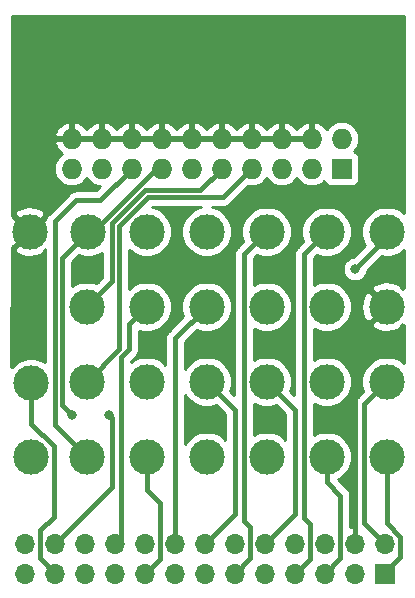
<source format=gbr>
G04 #@! TF.GenerationSoftware,KiCad,Pcbnew,(5.1.4)-1*
G04 #@! TF.CreationDate,2019-12-12T19:58:15+09:00*
G04 #@! TF.ProjectId,microcar_head,6d696372-6f63-4617-925f-686561642e6b,rev?*
G04 #@! TF.SameCoordinates,Original*
G04 #@! TF.FileFunction,Copper,L2,Bot*
G04 #@! TF.FilePolarity,Positive*
%FSLAX46Y46*%
G04 Gerber Fmt 4.6, Leading zero omitted, Abs format (unit mm)*
G04 Created by KiCad (PCBNEW (5.1.4)-1) date 2019-12-12 19:58:15*
%MOMM*%
%LPD*%
G04 APERTURE LIST*
%ADD10O,1.700000X1.700000*%
%ADD11R,1.700000X1.700000*%
%ADD12O,1.727200X1.727200*%
%ADD13R,1.727200X1.727200*%
%ADD14C,3.000000*%
%ADD15C,0.800000*%
%ADD16C,0.400000*%
%ADD17C,0.254000*%
G04 APERTURE END LIST*
D10*
X20828000Y-61595000D03*
X20828000Y-64135000D03*
X23368000Y-61595000D03*
X23368000Y-64135000D03*
X25908000Y-61595000D03*
X25908000Y-64135000D03*
X28448000Y-61595000D03*
X28448000Y-64135000D03*
X30988000Y-61595000D03*
X30988000Y-64135000D03*
X33528000Y-61595000D03*
X33528000Y-64135000D03*
X36068000Y-61595000D03*
X36068000Y-64135000D03*
X38608000Y-61595000D03*
X38608000Y-64135000D03*
X41148000Y-61595000D03*
X41148000Y-64135000D03*
X43688000Y-61595000D03*
X43688000Y-64135000D03*
X46228000Y-61595000D03*
X46228000Y-64135000D03*
X48768000Y-61595000D03*
X48768000Y-64135000D03*
X51308000Y-61595000D03*
D11*
X51308000Y-64135000D03*
D12*
X24765000Y-27305000D03*
X24765000Y-29845000D03*
X27305000Y-27305000D03*
X27305000Y-29845000D03*
X29845000Y-27305000D03*
X29845000Y-29845000D03*
X32385000Y-27305000D03*
X32385000Y-29845000D03*
X34925000Y-27305000D03*
X34925000Y-29845000D03*
X37465000Y-27305000D03*
X37465000Y-29845000D03*
X40005000Y-27305000D03*
X40005000Y-29845000D03*
X42545000Y-27305000D03*
X42545000Y-29845000D03*
X45085000Y-27305000D03*
X45085000Y-29845000D03*
X47625000Y-27305000D03*
D13*
X47625000Y-29845000D03*
D14*
X21209000Y-35179000D03*
X31115000Y-54229000D03*
X31115000Y-35179000D03*
X31115000Y-47879000D03*
X36195000Y-41529000D03*
X36195000Y-35179000D03*
X36195000Y-47879000D03*
X36195000Y-54229000D03*
X41275000Y-41529000D03*
X41275000Y-35179000D03*
X31115000Y-41529000D03*
X41275000Y-47879000D03*
X41275000Y-54229000D03*
X46355000Y-41529000D03*
X46355000Y-35179000D03*
X46355000Y-47879000D03*
X46355000Y-54229000D03*
X51435000Y-35179000D03*
X26035000Y-54229000D03*
X21336000Y-54229000D03*
X26035000Y-47879000D03*
X26162000Y-35179000D03*
X21336000Y-48006000D03*
X26035000Y-41529000D03*
X51435000Y-41529000D03*
X51435000Y-47879000D03*
X51435000Y-54229000D03*
D15*
X31115000Y-37719000D03*
X36195000Y-37719000D03*
X41275000Y-37719000D03*
X46355000Y-37719000D03*
X51435000Y-37719000D03*
X51435000Y-44069000D03*
X46355000Y-44069000D03*
X41275000Y-44069000D03*
X36195000Y-44069000D03*
X31115000Y-44069000D03*
X21209000Y-37719000D03*
X21209000Y-41529000D03*
X46355000Y-50419000D03*
X21209000Y-28448000D03*
X51435000Y-28448000D03*
X41275000Y-50419000D03*
X36322000Y-50419000D03*
X26162000Y-37719000D03*
X21209000Y-44069000D03*
X48734999Y-38354000D03*
X24765000Y-50673002D03*
X27935001Y-50677999D03*
D16*
X48768000Y-44196000D02*
X51435000Y-41529000D01*
X48768000Y-61595000D02*
X48768000Y-44196000D01*
X51308000Y-64008000D02*
X51308000Y-64135000D01*
X52558001Y-62757999D02*
X51308000Y-64008000D01*
X52558001Y-60994999D02*
X52558001Y-62757999D01*
X51435000Y-54229000D02*
X51435000Y-59871998D01*
X51435000Y-59871998D02*
X52558001Y-60994999D01*
X46355000Y-56350320D02*
X46355000Y-54229000D01*
X47517999Y-57513319D02*
X46355000Y-56350320D01*
X47517999Y-62845001D02*
X47517999Y-57513319D01*
X46228000Y-64135000D02*
X47517999Y-62845001D01*
X42774999Y-49378999D02*
X41275000Y-47879000D01*
X43688000Y-50292000D02*
X42774999Y-49378999D01*
X41148000Y-61595000D02*
X43688000Y-59055000D01*
X43688000Y-59055000D02*
X43688000Y-50292000D01*
X44855001Y-36678999D02*
X46355000Y-35179000D01*
X44454999Y-37079001D02*
X44855001Y-36678999D01*
X44454999Y-59440999D02*
X44454999Y-37079001D01*
X44938001Y-59924001D02*
X44454999Y-59440999D01*
X43688000Y-64135000D02*
X44938001Y-62884999D01*
X44938001Y-62884999D02*
X44938001Y-59924001D01*
X51435000Y-35653999D02*
X51435000Y-35179000D01*
X48734999Y-38354000D02*
X51435000Y-35653999D01*
X29615001Y-43028999D02*
X31115000Y-41529000D01*
X29615001Y-45147541D02*
X29615001Y-43028999D01*
X28956000Y-45806542D02*
X29615001Y-45147541D01*
X28448000Y-61595000D02*
X28956000Y-61087000D01*
X28956000Y-61087000D02*
X28956000Y-45806542D01*
X31837999Y-63285001D02*
X30988000Y-64135000D01*
X32238001Y-62884999D02*
X31837999Y-63285001D01*
X32238001Y-58146001D02*
X32238001Y-62884999D01*
X31115000Y-54229000D02*
X31115000Y-57023000D01*
X31115000Y-57023000D02*
X32238001Y-58146001D01*
X33528000Y-44196000D02*
X36195000Y-41529000D01*
X33528000Y-61595000D02*
X33528000Y-44196000D01*
X37694999Y-49378999D02*
X36195000Y-47879000D01*
X38608000Y-50292000D02*
X37694999Y-49378999D01*
X36068000Y-61595000D02*
X38608000Y-59055000D01*
X38608000Y-59055000D02*
X38608000Y-50292000D01*
X39775001Y-36678999D02*
X41275000Y-35179000D01*
X39897999Y-62845001D02*
X39897999Y-60217999D01*
X39897999Y-60217999D02*
X39370000Y-59690000D01*
X38608000Y-64135000D02*
X39897999Y-62845001D01*
X39370000Y-59690000D02*
X39374999Y-59685001D01*
X39374999Y-59685001D02*
X39374999Y-37079001D01*
X39374999Y-37079001D02*
X39775001Y-36678999D01*
X49935001Y-49378999D02*
X51435000Y-47879000D01*
X49534999Y-49779001D02*
X49935001Y-49378999D01*
X49534999Y-59821999D02*
X49534999Y-49779001D01*
X51308000Y-61595000D02*
X49534999Y-59821999D01*
X22078001Y-62845001D02*
X23368000Y-64135000D01*
X22078001Y-60471999D02*
X22078001Y-62845001D01*
X23236001Y-59313999D02*
X22078001Y-60471999D01*
X23236001Y-53316999D02*
X23236001Y-59313999D01*
X21336000Y-48006000D02*
X21336000Y-51416998D01*
X21336000Y-51416998D02*
X23236001Y-53316999D01*
X24535001Y-52729001D02*
X26035000Y-54229000D01*
X23368000Y-51562000D02*
X24535001Y-52729001D01*
X23368000Y-34290000D02*
X23368000Y-51562000D01*
X25146000Y-32512000D02*
X23368000Y-34290000D01*
X29845000Y-29845000D02*
X27178000Y-32512000D01*
X27178000Y-32512000D02*
X25146000Y-32512000D01*
X26543000Y-35179000D02*
X26162000Y-35179000D01*
X32385000Y-29845000D02*
X31877000Y-29845000D01*
X31877000Y-29845000D02*
X26543000Y-35179000D01*
X26162000Y-35179000D02*
X23968010Y-37372990D01*
X23968010Y-49876012D02*
X24365001Y-50273003D01*
X23968010Y-37372990D02*
X23968010Y-49876012D01*
X24365001Y-50273003D02*
X24765000Y-50673002D01*
X28194000Y-34439455D02*
X28194000Y-39370000D01*
X28194000Y-39370000D02*
X27534999Y-40029001D01*
X27534999Y-40029001D02*
X26035000Y-41529000D01*
X37465000Y-29845000D02*
X35652011Y-31657989D01*
X30975466Y-31657989D02*
X28194000Y-34439455D01*
X35652011Y-31657989D02*
X30975466Y-31657989D01*
X28194000Y-50936998D02*
X27935001Y-50677999D01*
X23368000Y-61595000D02*
X28194000Y-56769000D01*
X28194000Y-56769000D02*
X28194000Y-50936998D01*
X39141401Y-30708599D02*
X40005000Y-29845000D01*
X37592000Y-32258000D02*
X39141401Y-30708599D01*
X31242000Y-32258000D02*
X37592000Y-32258000D01*
X28794011Y-34705989D02*
X31242000Y-32258000D01*
X26035000Y-47879000D02*
X28794011Y-45119989D01*
X28794011Y-45119989D02*
X28794011Y-34705989D01*
D17*
G36*
X48895000Y-61468000D02*
G01*
X48915000Y-61468000D01*
X48915000Y-61722000D01*
X48895000Y-61722000D01*
X48895000Y-61742000D01*
X48641000Y-61742000D01*
X48641000Y-61722000D01*
X48621000Y-61722000D01*
X48621000Y-61468000D01*
X48641000Y-61468000D01*
X48641000Y-61448000D01*
X48895000Y-61448000D01*
X48895000Y-61468000D01*
X48895000Y-61468000D01*
G37*
X48895000Y-61468000D02*
X48915000Y-61468000D01*
X48915000Y-61722000D01*
X48895000Y-61722000D01*
X48895000Y-61742000D01*
X48641000Y-61742000D01*
X48641000Y-61722000D01*
X48621000Y-61722000D01*
X48621000Y-61468000D01*
X48641000Y-61468000D01*
X48641000Y-61448000D01*
X48895000Y-61448000D01*
X48895000Y-61468000D01*
G36*
X52883000Y-33607654D02*
G01*
X52795983Y-33520637D01*
X52446302Y-33286988D01*
X52057756Y-33126047D01*
X51645279Y-33044000D01*
X51224721Y-33044000D01*
X50812244Y-33126047D01*
X50423698Y-33286988D01*
X50074017Y-33520637D01*
X49776637Y-33818017D01*
X49542988Y-34167698D01*
X49382047Y-34556244D01*
X49300000Y-34968721D01*
X49300000Y-35389279D01*
X49382047Y-35801756D01*
X49542988Y-36190302D01*
X49613020Y-36295112D01*
X48578224Y-37329907D01*
X48433101Y-37358774D01*
X48244743Y-37436795D01*
X48075225Y-37550063D01*
X47931062Y-37694226D01*
X47817794Y-37863744D01*
X47739773Y-38052102D01*
X47699999Y-38252061D01*
X47699999Y-38455939D01*
X47739773Y-38655898D01*
X47817794Y-38844256D01*
X47931062Y-39013774D01*
X48075225Y-39157937D01*
X48244743Y-39271205D01*
X48433101Y-39349226D01*
X48633060Y-39389000D01*
X48836938Y-39389000D01*
X49036897Y-39349226D01*
X49225255Y-39271205D01*
X49394773Y-39157937D01*
X49538936Y-39013774D01*
X49652204Y-38844256D01*
X49730225Y-38655898D01*
X49759092Y-38510775D01*
X51000473Y-37269394D01*
X51224721Y-37314000D01*
X51645279Y-37314000D01*
X52057756Y-37231953D01*
X52446302Y-37071012D01*
X52795983Y-36837363D01*
X52883000Y-36750346D01*
X52883000Y-39943914D01*
X52861739Y-39922653D01*
X52747047Y-40037345D01*
X52591038Y-39721786D01*
X52216255Y-39530980D01*
X51811449Y-39416956D01*
X51392176Y-39384098D01*
X50974549Y-39433666D01*
X50574617Y-39563757D01*
X50278962Y-39721786D01*
X50122952Y-40037347D01*
X51435000Y-41349395D01*
X51449143Y-41335253D01*
X51628748Y-41514858D01*
X51614605Y-41529000D01*
X51628748Y-41543143D01*
X51449143Y-41722748D01*
X51435000Y-41708605D01*
X50122952Y-43020653D01*
X50278962Y-43336214D01*
X50653745Y-43527020D01*
X51058551Y-43641044D01*
X51477824Y-43673902D01*
X51895451Y-43624334D01*
X52295383Y-43494243D01*
X52591038Y-43336214D01*
X52747047Y-43020655D01*
X52861739Y-43135347D01*
X52883001Y-43114085D01*
X52883001Y-46307655D01*
X52795983Y-46220637D01*
X52446302Y-45986988D01*
X52057756Y-45826047D01*
X51645279Y-45744000D01*
X51224721Y-45744000D01*
X50812244Y-45826047D01*
X50423698Y-45986988D01*
X50074017Y-46220637D01*
X49776637Y-46518017D01*
X49542988Y-46867698D01*
X49382047Y-47256244D01*
X49300000Y-47668721D01*
X49300000Y-48089279D01*
X49382047Y-48501756D01*
X49455074Y-48678059D01*
X48973573Y-49159560D01*
X48941709Y-49185710D01*
X48883553Y-49256574D01*
X48837363Y-49312856D01*
X48759827Y-49457915D01*
X48712081Y-49615313D01*
X48695959Y-49779001D01*
X48700000Y-49820030D01*
X48699999Y-59780980D01*
X48695959Y-59821999D01*
X48703337Y-59896912D01*
X48712081Y-59985687D01*
X48749791Y-60110000D01*
X48640998Y-60110000D01*
X48640998Y-60274844D01*
X48411110Y-60153524D01*
X48352999Y-60171150D01*
X48352999Y-57554337D01*
X48357039Y-57513319D01*
X48340917Y-57349630D01*
X48293171Y-57192232D01*
X48215635Y-57047173D01*
X48137438Y-56951889D01*
X48137436Y-56951887D01*
X48111290Y-56920028D01*
X48079431Y-56893882D01*
X47324058Y-56138510D01*
X47366302Y-56121012D01*
X47715983Y-55887363D01*
X48013363Y-55589983D01*
X48247012Y-55240302D01*
X48407953Y-54851756D01*
X48490000Y-54439279D01*
X48490000Y-54018721D01*
X48407953Y-53606244D01*
X48247012Y-53217698D01*
X48013363Y-52868017D01*
X47715983Y-52570637D01*
X47366302Y-52336988D01*
X46977756Y-52176047D01*
X46565279Y-52094000D01*
X46144721Y-52094000D01*
X45732244Y-52176047D01*
X45343698Y-52336988D01*
X45289999Y-52372868D01*
X45289999Y-49735132D01*
X45343698Y-49771012D01*
X45732244Y-49931953D01*
X46144721Y-50014000D01*
X46565279Y-50014000D01*
X46977756Y-49931953D01*
X47366302Y-49771012D01*
X47715983Y-49537363D01*
X48013363Y-49239983D01*
X48247012Y-48890302D01*
X48407953Y-48501756D01*
X48490000Y-48089279D01*
X48490000Y-47668721D01*
X48407953Y-47256244D01*
X48247012Y-46867698D01*
X48013363Y-46518017D01*
X47715983Y-46220637D01*
X47366302Y-45986988D01*
X46977756Y-45826047D01*
X46565279Y-45744000D01*
X46144721Y-45744000D01*
X45732244Y-45826047D01*
X45343698Y-45986988D01*
X45289999Y-46022868D01*
X45289999Y-43385132D01*
X45343698Y-43421012D01*
X45732244Y-43581953D01*
X46144721Y-43664000D01*
X46565279Y-43664000D01*
X46977756Y-43581953D01*
X47366302Y-43421012D01*
X47715983Y-43187363D01*
X48013363Y-42889983D01*
X48247012Y-42540302D01*
X48407953Y-42151756D01*
X48490000Y-41739279D01*
X48490000Y-41571824D01*
X49290098Y-41571824D01*
X49339666Y-41989451D01*
X49469757Y-42389383D01*
X49627786Y-42685038D01*
X49943347Y-42841048D01*
X51255395Y-41529000D01*
X49943347Y-40216952D01*
X49627786Y-40372962D01*
X49436980Y-40747745D01*
X49322956Y-41152551D01*
X49290098Y-41571824D01*
X48490000Y-41571824D01*
X48490000Y-41318721D01*
X48407953Y-40906244D01*
X48247012Y-40517698D01*
X48013363Y-40168017D01*
X47715983Y-39870637D01*
X47366302Y-39636988D01*
X46977756Y-39476047D01*
X46565279Y-39394000D01*
X46144721Y-39394000D01*
X45732244Y-39476047D01*
X45343698Y-39636988D01*
X45289999Y-39672868D01*
X45289999Y-37424868D01*
X45555941Y-37158926D01*
X45732244Y-37231953D01*
X46144721Y-37314000D01*
X46565279Y-37314000D01*
X46977756Y-37231953D01*
X47366302Y-37071012D01*
X47715983Y-36837363D01*
X48013363Y-36539983D01*
X48247012Y-36190302D01*
X48407953Y-35801756D01*
X48490000Y-35389279D01*
X48490000Y-34968721D01*
X48407953Y-34556244D01*
X48247012Y-34167698D01*
X48013363Y-33818017D01*
X47715983Y-33520637D01*
X47366302Y-33286988D01*
X46977756Y-33126047D01*
X46565279Y-33044000D01*
X46144721Y-33044000D01*
X45732244Y-33126047D01*
X45343698Y-33286988D01*
X44994017Y-33520637D01*
X44696637Y-33818017D01*
X44462988Y-34167698D01*
X44302047Y-34556244D01*
X44220000Y-34968721D01*
X44220000Y-35389279D01*
X44302047Y-35801756D01*
X44375074Y-35978059D01*
X43893573Y-36459560D01*
X43861709Y-36485710D01*
X43808889Y-36550072D01*
X43757363Y-36612856D01*
X43679827Y-36757915D01*
X43632081Y-36915313D01*
X43615959Y-37079001D01*
X43620000Y-37120030D01*
X43619999Y-49043132D01*
X43394447Y-48817580D01*
X43394438Y-48817569D01*
X43254926Y-48678058D01*
X43327953Y-48501756D01*
X43410000Y-48089279D01*
X43410000Y-47668721D01*
X43327953Y-47256244D01*
X43167012Y-46867698D01*
X42933363Y-46518017D01*
X42635983Y-46220637D01*
X42286302Y-45986988D01*
X41897756Y-45826047D01*
X41485279Y-45744000D01*
X41064721Y-45744000D01*
X40652244Y-45826047D01*
X40263698Y-45986988D01*
X40209999Y-46022868D01*
X40209999Y-43385132D01*
X40263698Y-43421012D01*
X40652244Y-43581953D01*
X41064721Y-43664000D01*
X41485279Y-43664000D01*
X41897756Y-43581953D01*
X42286302Y-43421012D01*
X42635983Y-43187363D01*
X42933363Y-42889983D01*
X43167012Y-42540302D01*
X43327953Y-42151756D01*
X43410000Y-41739279D01*
X43410000Y-41318721D01*
X43327953Y-40906244D01*
X43167012Y-40517698D01*
X42933363Y-40168017D01*
X42635983Y-39870637D01*
X42286302Y-39636988D01*
X41897756Y-39476047D01*
X41485279Y-39394000D01*
X41064721Y-39394000D01*
X40652244Y-39476047D01*
X40263698Y-39636988D01*
X40209999Y-39672868D01*
X40209999Y-37424868D01*
X40475941Y-37158926D01*
X40652244Y-37231953D01*
X41064721Y-37314000D01*
X41485279Y-37314000D01*
X41897756Y-37231953D01*
X42286302Y-37071012D01*
X42635983Y-36837363D01*
X42933363Y-36539983D01*
X43167012Y-36190302D01*
X43327953Y-35801756D01*
X43410000Y-35389279D01*
X43410000Y-34968721D01*
X43327953Y-34556244D01*
X43167012Y-34167698D01*
X42933363Y-33818017D01*
X42635983Y-33520637D01*
X42286302Y-33286988D01*
X41897756Y-33126047D01*
X41485279Y-33044000D01*
X41064721Y-33044000D01*
X40652244Y-33126047D01*
X40263698Y-33286988D01*
X39914017Y-33520637D01*
X39616637Y-33818017D01*
X39382988Y-34167698D01*
X39222047Y-34556244D01*
X39140000Y-34968721D01*
X39140000Y-35389279D01*
X39222047Y-35801756D01*
X39295074Y-35978059D01*
X38813573Y-36459560D01*
X38781709Y-36485710D01*
X38728889Y-36550072D01*
X38677363Y-36612856D01*
X38599827Y-36757915D01*
X38552081Y-36915313D01*
X38535959Y-37079001D01*
X38540000Y-37120030D01*
X38539999Y-49043132D01*
X38314447Y-48817580D01*
X38314438Y-48817569D01*
X38174926Y-48678058D01*
X38247953Y-48501756D01*
X38330000Y-48089279D01*
X38330000Y-47668721D01*
X38247953Y-47256244D01*
X38087012Y-46867698D01*
X37853363Y-46518017D01*
X37555983Y-46220637D01*
X37206302Y-45986988D01*
X36817756Y-45826047D01*
X36405279Y-45744000D01*
X35984721Y-45744000D01*
X35572244Y-45826047D01*
X35183698Y-45986988D01*
X34834017Y-46220637D01*
X34536637Y-46518017D01*
X34363000Y-46777884D01*
X34363000Y-44541867D01*
X35395942Y-43508926D01*
X35572244Y-43581953D01*
X35984721Y-43664000D01*
X36405279Y-43664000D01*
X36817756Y-43581953D01*
X37206302Y-43421012D01*
X37555983Y-43187363D01*
X37853363Y-42889983D01*
X38087012Y-42540302D01*
X38247953Y-42151756D01*
X38330000Y-41739279D01*
X38330000Y-41318721D01*
X38247953Y-40906244D01*
X38087012Y-40517698D01*
X37853363Y-40168017D01*
X37555983Y-39870637D01*
X37206302Y-39636988D01*
X36817756Y-39476047D01*
X36405279Y-39394000D01*
X35984721Y-39394000D01*
X35572244Y-39476047D01*
X35183698Y-39636988D01*
X34834017Y-39870637D01*
X34536637Y-40168017D01*
X34302988Y-40517698D01*
X34142047Y-40906244D01*
X34060000Y-41318721D01*
X34060000Y-41739279D01*
X34142047Y-42151756D01*
X34215074Y-42328058D01*
X32966574Y-43576559D01*
X32934710Y-43602709D01*
X32897182Y-43648437D01*
X32830364Y-43729855D01*
X32752828Y-43874914D01*
X32705082Y-44032312D01*
X32688960Y-44196000D01*
X32693001Y-44237029D01*
X32693001Y-46437655D01*
X32475983Y-46220637D01*
X32126302Y-45986988D01*
X31737756Y-45826047D01*
X31325279Y-45744000D01*
X30904721Y-45744000D01*
X30492244Y-45826047D01*
X30103698Y-45986988D01*
X29791000Y-46195926D01*
X29791000Y-46152409D01*
X30176428Y-45766982D01*
X30208292Y-45740832D01*
X30312637Y-45613687D01*
X30390173Y-45468628D01*
X30437919Y-45311230D01*
X30450001Y-45188560D01*
X30450001Y-45188559D01*
X30454041Y-45147542D01*
X30450001Y-45106523D01*
X30450001Y-43564455D01*
X30492244Y-43581953D01*
X30904721Y-43664000D01*
X31325279Y-43664000D01*
X31737756Y-43581953D01*
X32126302Y-43421012D01*
X32475983Y-43187363D01*
X32773363Y-42889983D01*
X33007012Y-42540302D01*
X33167953Y-42151756D01*
X33250000Y-41739279D01*
X33250000Y-41318721D01*
X33167953Y-40906244D01*
X33007012Y-40517698D01*
X32773363Y-40168017D01*
X32475983Y-39870637D01*
X32126302Y-39636988D01*
X31737756Y-39476047D01*
X31325279Y-39394000D01*
X30904721Y-39394000D01*
X30492244Y-39476047D01*
X30103698Y-39636988D01*
X29754017Y-39870637D01*
X29629011Y-39995643D01*
X29629011Y-36712357D01*
X29754017Y-36837363D01*
X30103698Y-37071012D01*
X30492244Y-37231953D01*
X30904721Y-37314000D01*
X31325279Y-37314000D01*
X31737756Y-37231953D01*
X32126302Y-37071012D01*
X32475983Y-36837363D01*
X32773363Y-36539983D01*
X33007012Y-36190302D01*
X33167953Y-35801756D01*
X33250000Y-35389279D01*
X33250000Y-34968721D01*
X33167953Y-34556244D01*
X33007012Y-34167698D01*
X32773363Y-33818017D01*
X32475983Y-33520637D01*
X32126302Y-33286988D01*
X31737756Y-33126047D01*
X31585172Y-33095696D01*
X31587868Y-33093000D01*
X35738382Y-33093000D01*
X35572244Y-33126047D01*
X35183698Y-33286988D01*
X34834017Y-33520637D01*
X34536637Y-33818017D01*
X34302988Y-34167698D01*
X34142047Y-34556244D01*
X34060000Y-34968721D01*
X34060000Y-35389279D01*
X34142047Y-35801756D01*
X34302988Y-36190302D01*
X34536637Y-36539983D01*
X34834017Y-36837363D01*
X35183698Y-37071012D01*
X35572244Y-37231953D01*
X35984721Y-37314000D01*
X36405279Y-37314000D01*
X36817756Y-37231953D01*
X37206302Y-37071012D01*
X37555983Y-36837363D01*
X37853363Y-36539983D01*
X38087012Y-36190302D01*
X38247953Y-35801756D01*
X38330000Y-35389279D01*
X38330000Y-34968721D01*
X38247953Y-34556244D01*
X38087012Y-34167698D01*
X37853363Y-33818017D01*
X37555983Y-33520637D01*
X37206302Y-33286988D01*
X36817756Y-33126047D01*
X36651618Y-33093000D01*
X37550982Y-33093000D01*
X37592000Y-33097040D01*
X37633018Y-33093000D01*
X37633019Y-33093000D01*
X37755689Y-33080918D01*
X37913087Y-33033172D01*
X38058146Y-32955636D01*
X38185291Y-32851291D01*
X38211446Y-32819422D01*
X39709481Y-31321388D01*
X39711223Y-31321916D01*
X39931381Y-31343600D01*
X40078619Y-31343600D01*
X40298777Y-31321916D01*
X40581264Y-31236225D01*
X40841606Y-31097069D01*
X41069797Y-30909797D01*
X41257069Y-30681606D01*
X41275000Y-30648060D01*
X41292931Y-30681606D01*
X41480203Y-30909797D01*
X41708394Y-31097069D01*
X41968736Y-31236225D01*
X42251223Y-31321916D01*
X42471381Y-31343600D01*
X42618619Y-31343600D01*
X42838777Y-31321916D01*
X43121264Y-31236225D01*
X43381606Y-31097069D01*
X43609797Y-30909797D01*
X43797069Y-30681606D01*
X43815000Y-30648060D01*
X43832931Y-30681606D01*
X44020203Y-30909797D01*
X44248394Y-31097069D01*
X44508736Y-31236225D01*
X44791223Y-31321916D01*
X45011381Y-31343600D01*
X45158619Y-31343600D01*
X45378777Y-31321916D01*
X45661264Y-31236225D01*
X45921606Y-31097069D01*
X46149797Y-30909797D01*
X46156414Y-30901735D01*
X46171898Y-30952780D01*
X46230863Y-31063094D01*
X46310215Y-31159785D01*
X46406906Y-31239137D01*
X46517220Y-31298102D01*
X46636918Y-31334412D01*
X46761400Y-31346672D01*
X48488600Y-31346672D01*
X48613082Y-31334412D01*
X48732780Y-31298102D01*
X48843094Y-31239137D01*
X48939785Y-31159785D01*
X49019137Y-31063094D01*
X49078102Y-30952780D01*
X49114412Y-30833082D01*
X49126672Y-30708600D01*
X49126672Y-28981400D01*
X49114412Y-28856918D01*
X49078102Y-28737220D01*
X49019137Y-28626906D01*
X48939785Y-28530215D01*
X48843094Y-28450863D01*
X48732780Y-28391898D01*
X48681735Y-28376414D01*
X48689797Y-28369797D01*
X48877069Y-28141606D01*
X49016225Y-27881264D01*
X49101916Y-27598777D01*
X49130851Y-27305000D01*
X49101916Y-27011223D01*
X49016225Y-26728736D01*
X48877069Y-26468394D01*
X48689797Y-26240203D01*
X48461606Y-26052931D01*
X48201264Y-25913775D01*
X47918777Y-25828084D01*
X47698619Y-25806400D01*
X47551381Y-25806400D01*
X47331223Y-25828084D01*
X47048736Y-25913775D01*
X46788394Y-26052931D01*
X46560203Y-26240203D01*
X46372931Y-26468394D01*
X46349137Y-26512910D01*
X46291817Y-26416512D01*
X46095293Y-26198146D01*
X45859944Y-26022316D01*
X45594814Y-25895778D01*
X45444026Y-25850042D01*
X45212000Y-25971183D01*
X45212000Y-27178000D01*
X45232000Y-27178000D01*
X45232000Y-27432000D01*
X45212000Y-27432000D01*
X45212000Y-27452000D01*
X44958000Y-27452000D01*
X44958000Y-27432000D01*
X42672000Y-27432000D01*
X42672000Y-27452000D01*
X42418000Y-27452000D01*
X42418000Y-27432000D01*
X40132000Y-27432000D01*
X40132000Y-27452000D01*
X39878000Y-27452000D01*
X39878000Y-27432000D01*
X37592000Y-27432000D01*
X37592000Y-27452000D01*
X37338000Y-27452000D01*
X37338000Y-27432000D01*
X35052000Y-27432000D01*
X35052000Y-27452000D01*
X34798000Y-27452000D01*
X34798000Y-27432000D01*
X32512000Y-27432000D01*
X32512000Y-27452000D01*
X32258000Y-27452000D01*
X32258000Y-27432000D01*
X29972000Y-27432000D01*
X29972000Y-27452000D01*
X29718000Y-27452000D01*
X29718000Y-27432000D01*
X27432000Y-27432000D01*
X27432000Y-27452000D01*
X27178000Y-27452000D01*
X27178000Y-27432000D01*
X24892000Y-27432000D01*
X24892000Y-27452000D01*
X24638000Y-27452000D01*
X24638000Y-27432000D01*
X23430536Y-27432000D01*
X23310037Y-27664027D01*
X23408036Y-27940978D01*
X23558183Y-28193488D01*
X23754707Y-28411854D01*
X23968433Y-28571530D01*
X23928394Y-28592931D01*
X23700203Y-28780203D01*
X23512931Y-29008394D01*
X23373775Y-29268736D01*
X23288084Y-29551223D01*
X23259149Y-29845000D01*
X23288084Y-30138777D01*
X23373775Y-30421264D01*
X23512931Y-30681606D01*
X23700203Y-30909797D01*
X23928394Y-31097069D01*
X24188736Y-31236225D01*
X24471223Y-31321916D01*
X24691381Y-31343600D01*
X24838619Y-31343600D01*
X25058777Y-31321916D01*
X25341264Y-31236225D01*
X25601606Y-31097069D01*
X25829797Y-30909797D01*
X26017069Y-30681606D01*
X26035000Y-30648060D01*
X26052931Y-30681606D01*
X26240203Y-30909797D01*
X26468394Y-31097069D01*
X26728736Y-31236225D01*
X27011223Y-31321916D01*
X27171437Y-31337696D01*
X26832133Y-31677000D01*
X25187018Y-31677000D01*
X25146000Y-31672960D01*
X25104982Y-31677000D01*
X25104981Y-31677000D01*
X24982311Y-31689082D01*
X24824913Y-31736828D01*
X24679854Y-31814364D01*
X24552709Y-31918709D01*
X24526563Y-31950568D01*
X22806579Y-33670554D01*
X22774709Y-33696709D01*
X22675155Y-33818017D01*
X22670364Y-33823855D01*
X22592828Y-33968914D01*
X22590275Y-33977330D01*
X21388605Y-35179000D01*
X21402748Y-35193143D01*
X21223143Y-35372748D01*
X21209000Y-35358605D01*
X19896952Y-36670653D01*
X20052962Y-36986214D01*
X20427745Y-37177020D01*
X20832551Y-37291044D01*
X21251824Y-37323902D01*
X21669451Y-37274334D01*
X22069383Y-37144243D01*
X22365038Y-36986214D01*
X22521047Y-36670655D01*
X22533000Y-36682608D01*
X22533001Y-46238068D01*
X22347302Y-46113988D01*
X21958756Y-45953047D01*
X21546279Y-45871000D01*
X21125721Y-45871000D01*
X20713244Y-45953047D01*
X20324698Y-46113988D01*
X19975017Y-46347637D01*
X19677637Y-46645017D01*
X19663576Y-46666061D01*
X19679138Y-36472158D01*
X19717347Y-36491048D01*
X21029395Y-35179000D01*
X19717347Y-33866952D01*
X19683089Y-33883889D01*
X19683389Y-33687347D01*
X19896952Y-33687347D01*
X21209000Y-34999395D01*
X22521048Y-33687347D01*
X22365038Y-33371786D01*
X21990255Y-33180980D01*
X21585449Y-33066956D01*
X21166176Y-33034098D01*
X20748549Y-33083666D01*
X20348617Y-33213757D01*
X20052962Y-33371786D01*
X19896952Y-33687347D01*
X19683389Y-33687347D01*
X19693680Y-26945973D01*
X23310037Y-26945973D01*
X23430536Y-27178000D01*
X24638000Y-27178000D01*
X24638000Y-25971183D01*
X24892000Y-25971183D01*
X24892000Y-27178000D01*
X27178000Y-27178000D01*
X27178000Y-25971183D01*
X27432000Y-25971183D01*
X27432000Y-27178000D01*
X29718000Y-27178000D01*
X29718000Y-25971183D01*
X29972000Y-25971183D01*
X29972000Y-27178000D01*
X32258000Y-27178000D01*
X32258000Y-25971183D01*
X32512000Y-25971183D01*
X32512000Y-27178000D01*
X34798000Y-27178000D01*
X34798000Y-25971183D01*
X35052000Y-25971183D01*
X35052000Y-27178000D01*
X37338000Y-27178000D01*
X37338000Y-25971183D01*
X37592000Y-25971183D01*
X37592000Y-27178000D01*
X39878000Y-27178000D01*
X39878000Y-25971183D01*
X40132000Y-25971183D01*
X40132000Y-27178000D01*
X42418000Y-27178000D01*
X42418000Y-25971183D01*
X42672000Y-25971183D01*
X42672000Y-27178000D01*
X44958000Y-27178000D01*
X44958000Y-25971183D01*
X44725974Y-25850042D01*
X44575186Y-25895778D01*
X44310056Y-26022316D01*
X44074707Y-26198146D01*
X43878183Y-26416512D01*
X43815000Y-26522770D01*
X43751817Y-26416512D01*
X43555293Y-26198146D01*
X43319944Y-26022316D01*
X43054814Y-25895778D01*
X42904026Y-25850042D01*
X42672000Y-25971183D01*
X42418000Y-25971183D01*
X42185974Y-25850042D01*
X42035186Y-25895778D01*
X41770056Y-26022316D01*
X41534707Y-26198146D01*
X41338183Y-26416512D01*
X41275000Y-26522770D01*
X41211817Y-26416512D01*
X41015293Y-26198146D01*
X40779944Y-26022316D01*
X40514814Y-25895778D01*
X40364026Y-25850042D01*
X40132000Y-25971183D01*
X39878000Y-25971183D01*
X39645974Y-25850042D01*
X39495186Y-25895778D01*
X39230056Y-26022316D01*
X38994707Y-26198146D01*
X38798183Y-26416512D01*
X38735000Y-26522770D01*
X38671817Y-26416512D01*
X38475293Y-26198146D01*
X38239944Y-26022316D01*
X37974814Y-25895778D01*
X37824026Y-25850042D01*
X37592000Y-25971183D01*
X37338000Y-25971183D01*
X37105974Y-25850042D01*
X36955186Y-25895778D01*
X36690056Y-26022316D01*
X36454707Y-26198146D01*
X36258183Y-26416512D01*
X36195000Y-26522770D01*
X36131817Y-26416512D01*
X35935293Y-26198146D01*
X35699944Y-26022316D01*
X35434814Y-25895778D01*
X35284026Y-25850042D01*
X35052000Y-25971183D01*
X34798000Y-25971183D01*
X34565974Y-25850042D01*
X34415186Y-25895778D01*
X34150056Y-26022316D01*
X33914707Y-26198146D01*
X33718183Y-26416512D01*
X33655000Y-26522770D01*
X33591817Y-26416512D01*
X33395293Y-26198146D01*
X33159944Y-26022316D01*
X32894814Y-25895778D01*
X32744026Y-25850042D01*
X32512000Y-25971183D01*
X32258000Y-25971183D01*
X32025974Y-25850042D01*
X31875186Y-25895778D01*
X31610056Y-26022316D01*
X31374707Y-26198146D01*
X31178183Y-26416512D01*
X31115000Y-26522770D01*
X31051817Y-26416512D01*
X30855293Y-26198146D01*
X30619944Y-26022316D01*
X30354814Y-25895778D01*
X30204026Y-25850042D01*
X29972000Y-25971183D01*
X29718000Y-25971183D01*
X29485974Y-25850042D01*
X29335186Y-25895778D01*
X29070056Y-26022316D01*
X28834707Y-26198146D01*
X28638183Y-26416512D01*
X28575000Y-26522770D01*
X28511817Y-26416512D01*
X28315293Y-26198146D01*
X28079944Y-26022316D01*
X27814814Y-25895778D01*
X27664026Y-25850042D01*
X27432000Y-25971183D01*
X27178000Y-25971183D01*
X26945974Y-25850042D01*
X26795186Y-25895778D01*
X26530056Y-26022316D01*
X26294707Y-26198146D01*
X26098183Y-26416512D01*
X26035000Y-26522770D01*
X25971817Y-26416512D01*
X25775293Y-26198146D01*
X25539944Y-26022316D01*
X25274814Y-25895778D01*
X25124026Y-25850042D01*
X24892000Y-25971183D01*
X24638000Y-25971183D01*
X24405974Y-25850042D01*
X24255186Y-25895778D01*
X23990056Y-26022316D01*
X23754707Y-26198146D01*
X23558183Y-26416512D01*
X23408036Y-26669022D01*
X23310037Y-26945973D01*
X19693680Y-26945973D01*
X19708992Y-16916000D01*
X52883000Y-16916000D01*
X52883000Y-33607654D01*
X52883000Y-33607654D01*
G37*
X52883000Y-33607654D02*
X52795983Y-33520637D01*
X52446302Y-33286988D01*
X52057756Y-33126047D01*
X51645279Y-33044000D01*
X51224721Y-33044000D01*
X50812244Y-33126047D01*
X50423698Y-33286988D01*
X50074017Y-33520637D01*
X49776637Y-33818017D01*
X49542988Y-34167698D01*
X49382047Y-34556244D01*
X49300000Y-34968721D01*
X49300000Y-35389279D01*
X49382047Y-35801756D01*
X49542988Y-36190302D01*
X49613020Y-36295112D01*
X48578224Y-37329907D01*
X48433101Y-37358774D01*
X48244743Y-37436795D01*
X48075225Y-37550063D01*
X47931062Y-37694226D01*
X47817794Y-37863744D01*
X47739773Y-38052102D01*
X47699999Y-38252061D01*
X47699999Y-38455939D01*
X47739773Y-38655898D01*
X47817794Y-38844256D01*
X47931062Y-39013774D01*
X48075225Y-39157937D01*
X48244743Y-39271205D01*
X48433101Y-39349226D01*
X48633060Y-39389000D01*
X48836938Y-39389000D01*
X49036897Y-39349226D01*
X49225255Y-39271205D01*
X49394773Y-39157937D01*
X49538936Y-39013774D01*
X49652204Y-38844256D01*
X49730225Y-38655898D01*
X49759092Y-38510775D01*
X51000473Y-37269394D01*
X51224721Y-37314000D01*
X51645279Y-37314000D01*
X52057756Y-37231953D01*
X52446302Y-37071012D01*
X52795983Y-36837363D01*
X52883000Y-36750346D01*
X52883000Y-39943914D01*
X52861739Y-39922653D01*
X52747047Y-40037345D01*
X52591038Y-39721786D01*
X52216255Y-39530980D01*
X51811449Y-39416956D01*
X51392176Y-39384098D01*
X50974549Y-39433666D01*
X50574617Y-39563757D01*
X50278962Y-39721786D01*
X50122952Y-40037347D01*
X51435000Y-41349395D01*
X51449143Y-41335253D01*
X51628748Y-41514858D01*
X51614605Y-41529000D01*
X51628748Y-41543143D01*
X51449143Y-41722748D01*
X51435000Y-41708605D01*
X50122952Y-43020653D01*
X50278962Y-43336214D01*
X50653745Y-43527020D01*
X51058551Y-43641044D01*
X51477824Y-43673902D01*
X51895451Y-43624334D01*
X52295383Y-43494243D01*
X52591038Y-43336214D01*
X52747047Y-43020655D01*
X52861739Y-43135347D01*
X52883001Y-43114085D01*
X52883001Y-46307655D01*
X52795983Y-46220637D01*
X52446302Y-45986988D01*
X52057756Y-45826047D01*
X51645279Y-45744000D01*
X51224721Y-45744000D01*
X50812244Y-45826047D01*
X50423698Y-45986988D01*
X50074017Y-46220637D01*
X49776637Y-46518017D01*
X49542988Y-46867698D01*
X49382047Y-47256244D01*
X49300000Y-47668721D01*
X49300000Y-48089279D01*
X49382047Y-48501756D01*
X49455074Y-48678059D01*
X48973573Y-49159560D01*
X48941709Y-49185710D01*
X48883553Y-49256574D01*
X48837363Y-49312856D01*
X48759827Y-49457915D01*
X48712081Y-49615313D01*
X48695959Y-49779001D01*
X48700000Y-49820030D01*
X48699999Y-59780980D01*
X48695959Y-59821999D01*
X48703337Y-59896912D01*
X48712081Y-59985687D01*
X48749791Y-60110000D01*
X48640998Y-60110000D01*
X48640998Y-60274844D01*
X48411110Y-60153524D01*
X48352999Y-60171150D01*
X48352999Y-57554337D01*
X48357039Y-57513319D01*
X48340917Y-57349630D01*
X48293171Y-57192232D01*
X48215635Y-57047173D01*
X48137438Y-56951889D01*
X48137436Y-56951887D01*
X48111290Y-56920028D01*
X48079431Y-56893882D01*
X47324058Y-56138510D01*
X47366302Y-56121012D01*
X47715983Y-55887363D01*
X48013363Y-55589983D01*
X48247012Y-55240302D01*
X48407953Y-54851756D01*
X48490000Y-54439279D01*
X48490000Y-54018721D01*
X48407953Y-53606244D01*
X48247012Y-53217698D01*
X48013363Y-52868017D01*
X47715983Y-52570637D01*
X47366302Y-52336988D01*
X46977756Y-52176047D01*
X46565279Y-52094000D01*
X46144721Y-52094000D01*
X45732244Y-52176047D01*
X45343698Y-52336988D01*
X45289999Y-52372868D01*
X45289999Y-49735132D01*
X45343698Y-49771012D01*
X45732244Y-49931953D01*
X46144721Y-50014000D01*
X46565279Y-50014000D01*
X46977756Y-49931953D01*
X47366302Y-49771012D01*
X47715983Y-49537363D01*
X48013363Y-49239983D01*
X48247012Y-48890302D01*
X48407953Y-48501756D01*
X48490000Y-48089279D01*
X48490000Y-47668721D01*
X48407953Y-47256244D01*
X48247012Y-46867698D01*
X48013363Y-46518017D01*
X47715983Y-46220637D01*
X47366302Y-45986988D01*
X46977756Y-45826047D01*
X46565279Y-45744000D01*
X46144721Y-45744000D01*
X45732244Y-45826047D01*
X45343698Y-45986988D01*
X45289999Y-46022868D01*
X45289999Y-43385132D01*
X45343698Y-43421012D01*
X45732244Y-43581953D01*
X46144721Y-43664000D01*
X46565279Y-43664000D01*
X46977756Y-43581953D01*
X47366302Y-43421012D01*
X47715983Y-43187363D01*
X48013363Y-42889983D01*
X48247012Y-42540302D01*
X48407953Y-42151756D01*
X48490000Y-41739279D01*
X48490000Y-41571824D01*
X49290098Y-41571824D01*
X49339666Y-41989451D01*
X49469757Y-42389383D01*
X49627786Y-42685038D01*
X49943347Y-42841048D01*
X51255395Y-41529000D01*
X49943347Y-40216952D01*
X49627786Y-40372962D01*
X49436980Y-40747745D01*
X49322956Y-41152551D01*
X49290098Y-41571824D01*
X48490000Y-41571824D01*
X48490000Y-41318721D01*
X48407953Y-40906244D01*
X48247012Y-40517698D01*
X48013363Y-40168017D01*
X47715983Y-39870637D01*
X47366302Y-39636988D01*
X46977756Y-39476047D01*
X46565279Y-39394000D01*
X46144721Y-39394000D01*
X45732244Y-39476047D01*
X45343698Y-39636988D01*
X45289999Y-39672868D01*
X45289999Y-37424868D01*
X45555941Y-37158926D01*
X45732244Y-37231953D01*
X46144721Y-37314000D01*
X46565279Y-37314000D01*
X46977756Y-37231953D01*
X47366302Y-37071012D01*
X47715983Y-36837363D01*
X48013363Y-36539983D01*
X48247012Y-36190302D01*
X48407953Y-35801756D01*
X48490000Y-35389279D01*
X48490000Y-34968721D01*
X48407953Y-34556244D01*
X48247012Y-34167698D01*
X48013363Y-33818017D01*
X47715983Y-33520637D01*
X47366302Y-33286988D01*
X46977756Y-33126047D01*
X46565279Y-33044000D01*
X46144721Y-33044000D01*
X45732244Y-33126047D01*
X45343698Y-33286988D01*
X44994017Y-33520637D01*
X44696637Y-33818017D01*
X44462988Y-34167698D01*
X44302047Y-34556244D01*
X44220000Y-34968721D01*
X44220000Y-35389279D01*
X44302047Y-35801756D01*
X44375074Y-35978059D01*
X43893573Y-36459560D01*
X43861709Y-36485710D01*
X43808889Y-36550072D01*
X43757363Y-36612856D01*
X43679827Y-36757915D01*
X43632081Y-36915313D01*
X43615959Y-37079001D01*
X43620000Y-37120030D01*
X43619999Y-49043132D01*
X43394447Y-48817580D01*
X43394438Y-48817569D01*
X43254926Y-48678058D01*
X43327953Y-48501756D01*
X43410000Y-48089279D01*
X43410000Y-47668721D01*
X43327953Y-47256244D01*
X43167012Y-46867698D01*
X42933363Y-46518017D01*
X42635983Y-46220637D01*
X42286302Y-45986988D01*
X41897756Y-45826047D01*
X41485279Y-45744000D01*
X41064721Y-45744000D01*
X40652244Y-45826047D01*
X40263698Y-45986988D01*
X40209999Y-46022868D01*
X40209999Y-43385132D01*
X40263698Y-43421012D01*
X40652244Y-43581953D01*
X41064721Y-43664000D01*
X41485279Y-43664000D01*
X41897756Y-43581953D01*
X42286302Y-43421012D01*
X42635983Y-43187363D01*
X42933363Y-42889983D01*
X43167012Y-42540302D01*
X43327953Y-42151756D01*
X43410000Y-41739279D01*
X43410000Y-41318721D01*
X43327953Y-40906244D01*
X43167012Y-40517698D01*
X42933363Y-40168017D01*
X42635983Y-39870637D01*
X42286302Y-39636988D01*
X41897756Y-39476047D01*
X41485279Y-39394000D01*
X41064721Y-39394000D01*
X40652244Y-39476047D01*
X40263698Y-39636988D01*
X40209999Y-39672868D01*
X40209999Y-37424868D01*
X40475941Y-37158926D01*
X40652244Y-37231953D01*
X41064721Y-37314000D01*
X41485279Y-37314000D01*
X41897756Y-37231953D01*
X42286302Y-37071012D01*
X42635983Y-36837363D01*
X42933363Y-36539983D01*
X43167012Y-36190302D01*
X43327953Y-35801756D01*
X43410000Y-35389279D01*
X43410000Y-34968721D01*
X43327953Y-34556244D01*
X43167012Y-34167698D01*
X42933363Y-33818017D01*
X42635983Y-33520637D01*
X42286302Y-33286988D01*
X41897756Y-33126047D01*
X41485279Y-33044000D01*
X41064721Y-33044000D01*
X40652244Y-33126047D01*
X40263698Y-33286988D01*
X39914017Y-33520637D01*
X39616637Y-33818017D01*
X39382988Y-34167698D01*
X39222047Y-34556244D01*
X39140000Y-34968721D01*
X39140000Y-35389279D01*
X39222047Y-35801756D01*
X39295074Y-35978059D01*
X38813573Y-36459560D01*
X38781709Y-36485710D01*
X38728889Y-36550072D01*
X38677363Y-36612856D01*
X38599827Y-36757915D01*
X38552081Y-36915313D01*
X38535959Y-37079001D01*
X38540000Y-37120030D01*
X38539999Y-49043132D01*
X38314447Y-48817580D01*
X38314438Y-48817569D01*
X38174926Y-48678058D01*
X38247953Y-48501756D01*
X38330000Y-48089279D01*
X38330000Y-47668721D01*
X38247953Y-47256244D01*
X38087012Y-46867698D01*
X37853363Y-46518017D01*
X37555983Y-46220637D01*
X37206302Y-45986988D01*
X36817756Y-45826047D01*
X36405279Y-45744000D01*
X35984721Y-45744000D01*
X35572244Y-45826047D01*
X35183698Y-45986988D01*
X34834017Y-46220637D01*
X34536637Y-46518017D01*
X34363000Y-46777884D01*
X34363000Y-44541867D01*
X35395942Y-43508926D01*
X35572244Y-43581953D01*
X35984721Y-43664000D01*
X36405279Y-43664000D01*
X36817756Y-43581953D01*
X37206302Y-43421012D01*
X37555983Y-43187363D01*
X37853363Y-42889983D01*
X38087012Y-42540302D01*
X38247953Y-42151756D01*
X38330000Y-41739279D01*
X38330000Y-41318721D01*
X38247953Y-40906244D01*
X38087012Y-40517698D01*
X37853363Y-40168017D01*
X37555983Y-39870637D01*
X37206302Y-39636988D01*
X36817756Y-39476047D01*
X36405279Y-39394000D01*
X35984721Y-39394000D01*
X35572244Y-39476047D01*
X35183698Y-39636988D01*
X34834017Y-39870637D01*
X34536637Y-40168017D01*
X34302988Y-40517698D01*
X34142047Y-40906244D01*
X34060000Y-41318721D01*
X34060000Y-41739279D01*
X34142047Y-42151756D01*
X34215074Y-42328058D01*
X32966574Y-43576559D01*
X32934710Y-43602709D01*
X32897182Y-43648437D01*
X32830364Y-43729855D01*
X32752828Y-43874914D01*
X32705082Y-44032312D01*
X32688960Y-44196000D01*
X32693001Y-44237029D01*
X32693001Y-46437655D01*
X32475983Y-46220637D01*
X32126302Y-45986988D01*
X31737756Y-45826047D01*
X31325279Y-45744000D01*
X30904721Y-45744000D01*
X30492244Y-45826047D01*
X30103698Y-45986988D01*
X29791000Y-46195926D01*
X29791000Y-46152409D01*
X30176428Y-45766982D01*
X30208292Y-45740832D01*
X30312637Y-45613687D01*
X30390173Y-45468628D01*
X30437919Y-45311230D01*
X30450001Y-45188560D01*
X30450001Y-45188559D01*
X30454041Y-45147542D01*
X30450001Y-45106523D01*
X30450001Y-43564455D01*
X30492244Y-43581953D01*
X30904721Y-43664000D01*
X31325279Y-43664000D01*
X31737756Y-43581953D01*
X32126302Y-43421012D01*
X32475983Y-43187363D01*
X32773363Y-42889983D01*
X33007012Y-42540302D01*
X33167953Y-42151756D01*
X33250000Y-41739279D01*
X33250000Y-41318721D01*
X33167953Y-40906244D01*
X33007012Y-40517698D01*
X32773363Y-40168017D01*
X32475983Y-39870637D01*
X32126302Y-39636988D01*
X31737756Y-39476047D01*
X31325279Y-39394000D01*
X30904721Y-39394000D01*
X30492244Y-39476047D01*
X30103698Y-39636988D01*
X29754017Y-39870637D01*
X29629011Y-39995643D01*
X29629011Y-36712357D01*
X29754017Y-36837363D01*
X30103698Y-37071012D01*
X30492244Y-37231953D01*
X30904721Y-37314000D01*
X31325279Y-37314000D01*
X31737756Y-37231953D01*
X32126302Y-37071012D01*
X32475983Y-36837363D01*
X32773363Y-36539983D01*
X33007012Y-36190302D01*
X33167953Y-35801756D01*
X33250000Y-35389279D01*
X33250000Y-34968721D01*
X33167953Y-34556244D01*
X33007012Y-34167698D01*
X32773363Y-33818017D01*
X32475983Y-33520637D01*
X32126302Y-33286988D01*
X31737756Y-33126047D01*
X31585172Y-33095696D01*
X31587868Y-33093000D01*
X35738382Y-33093000D01*
X35572244Y-33126047D01*
X35183698Y-33286988D01*
X34834017Y-33520637D01*
X34536637Y-33818017D01*
X34302988Y-34167698D01*
X34142047Y-34556244D01*
X34060000Y-34968721D01*
X34060000Y-35389279D01*
X34142047Y-35801756D01*
X34302988Y-36190302D01*
X34536637Y-36539983D01*
X34834017Y-36837363D01*
X35183698Y-37071012D01*
X35572244Y-37231953D01*
X35984721Y-37314000D01*
X36405279Y-37314000D01*
X36817756Y-37231953D01*
X37206302Y-37071012D01*
X37555983Y-36837363D01*
X37853363Y-36539983D01*
X38087012Y-36190302D01*
X38247953Y-35801756D01*
X38330000Y-35389279D01*
X38330000Y-34968721D01*
X38247953Y-34556244D01*
X38087012Y-34167698D01*
X37853363Y-33818017D01*
X37555983Y-33520637D01*
X37206302Y-33286988D01*
X36817756Y-33126047D01*
X36651618Y-33093000D01*
X37550982Y-33093000D01*
X37592000Y-33097040D01*
X37633018Y-33093000D01*
X37633019Y-33093000D01*
X37755689Y-33080918D01*
X37913087Y-33033172D01*
X38058146Y-32955636D01*
X38185291Y-32851291D01*
X38211446Y-32819422D01*
X39709481Y-31321388D01*
X39711223Y-31321916D01*
X39931381Y-31343600D01*
X40078619Y-31343600D01*
X40298777Y-31321916D01*
X40581264Y-31236225D01*
X40841606Y-31097069D01*
X41069797Y-30909797D01*
X41257069Y-30681606D01*
X41275000Y-30648060D01*
X41292931Y-30681606D01*
X41480203Y-30909797D01*
X41708394Y-31097069D01*
X41968736Y-31236225D01*
X42251223Y-31321916D01*
X42471381Y-31343600D01*
X42618619Y-31343600D01*
X42838777Y-31321916D01*
X43121264Y-31236225D01*
X43381606Y-31097069D01*
X43609797Y-30909797D01*
X43797069Y-30681606D01*
X43815000Y-30648060D01*
X43832931Y-30681606D01*
X44020203Y-30909797D01*
X44248394Y-31097069D01*
X44508736Y-31236225D01*
X44791223Y-31321916D01*
X45011381Y-31343600D01*
X45158619Y-31343600D01*
X45378777Y-31321916D01*
X45661264Y-31236225D01*
X45921606Y-31097069D01*
X46149797Y-30909797D01*
X46156414Y-30901735D01*
X46171898Y-30952780D01*
X46230863Y-31063094D01*
X46310215Y-31159785D01*
X46406906Y-31239137D01*
X46517220Y-31298102D01*
X46636918Y-31334412D01*
X46761400Y-31346672D01*
X48488600Y-31346672D01*
X48613082Y-31334412D01*
X48732780Y-31298102D01*
X48843094Y-31239137D01*
X48939785Y-31159785D01*
X49019137Y-31063094D01*
X49078102Y-30952780D01*
X49114412Y-30833082D01*
X49126672Y-30708600D01*
X49126672Y-28981400D01*
X49114412Y-28856918D01*
X49078102Y-28737220D01*
X49019137Y-28626906D01*
X48939785Y-28530215D01*
X48843094Y-28450863D01*
X48732780Y-28391898D01*
X48681735Y-28376414D01*
X48689797Y-28369797D01*
X48877069Y-28141606D01*
X49016225Y-27881264D01*
X49101916Y-27598777D01*
X49130851Y-27305000D01*
X49101916Y-27011223D01*
X49016225Y-26728736D01*
X48877069Y-26468394D01*
X48689797Y-26240203D01*
X48461606Y-26052931D01*
X48201264Y-25913775D01*
X47918777Y-25828084D01*
X47698619Y-25806400D01*
X47551381Y-25806400D01*
X47331223Y-25828084D01*
X47048736Y-25913775D01*
X46788394Y-26052931D01*
X46560203Y-26240203D01*
X46372931Y-26468394D01*
X46349137Y-26512910D01*
X46291817Y-26416512D01*
X46095293Y-26198146D01*
X45859944Y-26022316D01*
X45594814Y-25895778D01*
X45444026Y-25850042D01*
X45212000Y-25971183D01*
X45212000Y-27178000D01*
X45232000Y-27178000D01*
X45232000Y-27432000D01*
X45212000Y-27432000D01*
X45212000Y-27452000D01*
X44958000Y-27452000D01*
X44958000Y-27432000D01*
X42672000Y-27432000D01*
X42672000Y-27452000D01*
X42418000Y-27452000D01*
X42418000Y-27432000D01*
X40132000Y-27432000D01*
X40132000Y-27452000D01*
X39878000Y-27452000D01*
X39878000Y-27432000D01*
X37592000Y-27432000D01*
X37592000Y-27452000D01*
X37338000Y-27452000D01*
X37338000Y-27432000D01*
X35052000Y-27432000D01*
X35052000Y-27452000D01*
X34798000Y-27452000D01*
X34798000Y-27432000D01*
X32512000Y-27432000D01*
X32512000Y-27452000D01*
X32258000Y-27452000D01*
X32258000Y-27432000D01*
X29972000Y-27432000D01*
X29972000Y-27452000D01*
X29718000Y-27452000D01*
X29718000Y-27432000D01*
X27432000Y-27432000D01*
X27432000Y-27452000D01*
X27178000Y-27452000D01*
X27178000Y-27432000D01*
X24892000Y-27432000D01*
X24892000Y-27452000D01*
X24638000Y-27452000D01*
X24638000Y-27432000D01*
X23430536Y-27432000D01*
X23310037Y-27664027D01*
X23408036Y-27940978D01*
X23558183Y-28193488D01*
X23754707Y-28411854D01*
X23968433Y-28571530D01*
X23928394Y-28592931D01*
X23700203Y-28780203D01*
X23512931Y-29008394D01*
X23373775Y-29268736D01*
X23288084Y-29551223D01*
X23259149Y-29845000D01*
X23288084Y-30138777D01*
X23373775Y-30421264D01*
X23512931Y-30681606D01*
X23700203Y-30909797D01*
X23928394Y-31097069D01*
X24188736Y-31236225D01*
X24471223Y-31321916D01*
X24691381Y-31343600D01*
X24838619Y-31343600D01*
X25058777Y-31321916D01*
X25341264Y-31236225D01*
X25601606Y-31097069D01*
X25829797Y-30909797D01*
X26017069Y-30681606D01*
X26035000Y-30648060D01*
X26052931Y-30681606D01*
X26240203Y-30909797D01*
X26468394Y-31097069D01*
X26728736Y-31236225D01*
X27011223Y-31321916D01*
X27171437Y-31337696D01*
X26832133Y-31677000D01*
X25187018Y-31677000D01*
X25146000Y-31672960D01*
X25104982Y-31677000D01*
X25104981Y-31677000D01*
X24982311Y-31689082D01*
X24824913Y-31736828D01*
X24679854Y-31814364D01*
X24552709Y-31918709D01*
X24526563Y-31950568D01*
X22806579Y-33670554D01*
X22774709Y-33696709D01*
X22675155Y-33818017D01*
X22670364Y-33823855D01*
X22592828Y-33968914D01*
X22590275Y-33977330D01*
X21388605Y-35179000D01*
X21402748Y-35193143D01*
X21223143Y-35372748D01*
X21209000Y-35358605D01*
X19896952Y-36670653D01*
X20052962Y-36986214D01*
X20427745Y-37177020D01*
X20832551Y-37291044D01*
X21251824Y-37323902D01*
X21669451Y-37274334D01*
X22069383Y-37144243D01*
X22365038Y-36986214D01*
X22521047Y-36670655D01*
X22533000Y-36682608D01*
X22533001Y-46238068D01*
X22347302Y-46113988D01*
X21958756Y-45953047D01*
X21546279Y-45871000D01*
X21125721Y-45871000D01*
X20713244Y-45953047D01*
X20324698Y-46113988D01*
X19975017Y-46347637D01*
X19677637Y-46645017D01*
X19663576Y-46666061D01*
X19679138Y-36472158D01*
X19717347Y-36491048D01*
X21029395Y-35179000D01*
X19717347Y-33866952D01*
X19683089Y-33883889D01*
X19683389Y-33687347D01*
X19896952Y-33687347D01*
X21209000Y-34999395D01*
X22521048Y-33687347D01*
X22365038Y-33371786D01*
X21990255Y-33180980D01*
X21585449Y-33066956D01*
X21166176Y-33034098D01*
X20748549Y-33083666D01*
X20348617Y-33213757D01*
X20052962Y-33371786D01*
X19896952Y-33687347D01*
X19683389Y-33687347D01*
X19693680Y-26945973D01*
X23310037Y-26945973D01*
X23430536Y-27178000D01*
X24638000Y-27178000D01*
X24638000Y-25971183D01*
X24892000Y-25971183D01*
X24892000Y-27178000D01*
X27178000Y-27178000D01*
X27178000Y-25971183D01*
X27432000Y-25971183D01*
X27432000Y-27178000D01*
X29718000Y-27178000D01*
X29718000Y-25971183D01*
X29972000Y-25971183D01*
X29972000Y-27178000D01*
X32258000Y-27178000D01*
X32258000Y-25971183D01*
X32512000Y-25971183D01*
X32512000Y-27178000D01*
X34798000Y-27178000D01*
X34798000Y-25971183D01*
X35052000Y-25971183D01*
X35052000Y-27178000D01*
X37338000Y-27178000D01*
X37338000Y-25971183D01*
X37592000Y-25971183D01*
X37592000Y-27178000D01*
X39878000Y-27178000D01*
X39878000Y-25971183D01*
X40132000Y-25971183D01*
X40132000Y-27178000D01*
X42418000Y-27178000D01*
X42418000Y-25971183D01*
X42672000Y-25971183D01*
X42672000Y-27178000D01*
X44958000Y-27178000D01*
X44958000Y-25971183D01*
X44725974Y-25850042D01*
X44575186Y-25895778D01*
X44310056Y-26022316D01*
X44074707Y-26198146D01*
X43878183Y-26416512D01*
X43815000Y-26522770D01*
X43751817Y-26416512D01*
X43555293Y-26198146D01*
X43319944Y-26022316D01*
X43054814Y-25895778D01*
X42904026Y-25850042D01*
X42672000Y-25971183D01*
X42418000Y-25971183D01*
X42185974Y-25850042D01*
X42035186Y-25895778D01*
X41770056Y-26022316D01*
X41534707Y-26198146D01*
X41338183Y-26416512D01*
X41275000Y-26522770D01*
X41211817Y-26416512D01*
X41015293Y-26198146D01*
X40779944Y-26022316D01*
X40514814Y-25895778D01*
X40364026Y-25850042D01*
X40132000Y-25971183D01*
X39878000Y-25971183D01*
X39645974Y-25850042D01*
X39495186Y-25895778D01*
X39230056Y-26022316D01*
X38994707Y-26198146D01*
X38798183Y-26416512D01*
X38735000Y-26522770D01*
X38671817Y-26416512D01*
X38475293Y-26198146D01*
X38239944Y-26022316D01*
X37974814Y-25895778D01*
X37824026Y-25850042D01*
X37592000Y-25971183D01*
X37338000Y-25971183D01*
X37105974Y-25850042D01*
X36955186Y-25895778D01*
X36690056Y-26022316D01*
X36454707Y-26198146D01*
X36258183Y-26416512D01*
X36195000Y-26522770D01*
X36131817Y-26416512D01*
X35935293Y-26198146D01*
X35699944Y-26022316D01*
X35434814Y-25895778D01*
X35284026Y-25850042D01*
X35052000Y-25971183D01*
X34798000Y-25971183D01*
X34565974Y-25850042D01*
X34415186Y-25895778D01*
X34150056Y-26022316D01*
X33914707Y-26198146D01*
X33718183Y-26416512D01*
X33655000Y-26522770D01*
X33591817Y-26416512D01*
X33395293Y-26198146D01*
X33159944Y-26022316D01*
X32894814Y-25895778D01*
X32744026Y-25850042D01*
X32512000Y-25971183D01*
X32258000Y-25971183D01*
X32025974Y-25850042D01*
X31875186Y-25895778D01*
X31610056Y-26022316D01*
X31374707Y-26198146D01*
X31178183Y-26416512D01*
X31115000Y-26522770D01*
X31051817Y-26416512D01*
X30855293Y-26198146D01*
X30619944Y-26022316D01*
X30354814Y-25895778D01*
X30204026Y-25850042D01*
X29972000Y-25971183D01*
X29718000Y-25971183D01*
X29485974Y-25850042D01*
X29335186Y-25895778D01*
X29070056Y-26022316D01*
X28834707Y-26198146D01*
X28638183Y-26416512D01*
X28575000Y-26522770D01*
X28511817Y-26416512D01*
X28315293Y-26198146D01*
X28079944Y-26022316D01*
X27814814Y-25895778D01*
X27664026Y-25850042D01*
X27432000Y-25971183D01*
X27178000Y-25971183D01*
X26945974Y-25850042D01*
X26795186Y-25895778D01*
X26530056Y-26022316D01*
X26294707Y-26198146D01*
X26098183Y-26416512D01*
X26035000Y-26522770D01*
X25971817Y-26416512D01*
X25775293Y-26198146D01*
X25539944Y-26022316D01*
X25274814Y-25895778D01*
X25124026Y-25850042D01*
X24892000Y-25971183D01*
X24638000Y-25971183D01*
X24405974Y-25850042D01*
X24255186Y-25895778D01*
X23990056Y-26022316D01*
X23754707Y-26198146D01*
X23558183Y-26416512D01*
X23408036Y-26669022D01*
X23310037Y-26945973D01*
X19693680Y-26945973D01*
X19708992Y-16916000D01*
X52883000Y-16916000D01*
X52883000Y-33607654D01*
G36*
X34536637Y-49239983D02*
G01*
X34834017Y-49537363D01*
X35183698Y-49771012D01*
X35572244Y-49931953D01*
X35984721Y-50014000D01*
X36405279Y-50014000D01*
X36817756Y-49931953D01*
X36994058Y-49858926D01*
X37133569Y-49998438D01*
X37133580Y-49998447D01*
X37773001Y-50637869D01*
X37773001Y-52787655D01*
X37555983Y-52570637D01*
X37206302Y-52336988D01*
X36817756Y-52176047D01*
X36405279Y-52094000D01*
X35984721Y-52094000D01*
X35572244Y-52176047D01*
X35183698Y-52336988D01*
X34834017Y-52570637D01*
X34536637Y-52868017D01*
X34363000Y-53127884D01*
X34363000Y-48980116D01*
X34536637Y-49239983D01*
X34536637Y-49239983D01*
G37*
X34536637Y-49239983D02*
X34834017Y-49537363D01*
X35183698Y-49771012D01*
X35572244Y-49931953D01*
X35984721Y-50014000D01*
X36405279Y-50014000D01*
X36817756Y-49931953D01*
X36994058Y-49858926D01*
X37133569Y-49998438D01*
X37133580Y-49998447D01*
X37773001Y-50637869D01*
X37773001Y-52787655D01*
X37555983Y-52570637D01*
X37206302Y-52336988D01*
X36817756Y-52176047D01*
X36405279Y-52094000D01*
X35984721Y-52094000D01*
X35572244Y-52176047D01*
X35183698Y-52336988D01*
X34834017Y-52570637D01*
X34536637Y-52868017D01*
X34363000Y-53127884D01*
X34363000Y-48980116D01*
X34536637Y-49239983D01*
G36*
X40263698Y-49771012D02*
G01*
X40652244Y-49931953D01*
X41064721Y-50014000D01*
X41485279Y-50014000D01*
X41897756Y-49931953D01*
X42074058Y-49858926D01*
X42213569Y-49998438D01*
X42213580Y-49998447D01*
X42853001Y-50637869D01*
X42853001Y-52787655D01*
X42635983Y-52570637D01*
X42286302Y-52336988D01*
X41897756Y-52176047D01*
X41485279Y-52094000D01*
X41064721Y-52094000D01*
X40652244Y-52176047D01*
X40263698Y-52336988D01*
X40209999Y-52372868D01*
X40209999Y-49735132D01*
X40263698Y-49771012D01*
X40263698Y-49771012D01*
G37*
X40263698Y-49771012D02*
X40652244Y-49931953D01*
X41064721Y-50014000D01*
X41485279Y-50014000D01*
X41897756Y-49931953D01*
X42074058Y-49858926D01*
X42213569Y-49998438D01*
X42213580Y-49998447D01*
X42853001Y-50637869D01*
X42853001Y-52787655D01*
X42635983Y-52570637D01*
X42286302Y-52336988D01*
X41897756Y-52176047D01*
X41485279Y-52094000D01*
X41064721Y-52094000D01*
X40652244Y-52176047D01*
X40263698Y-52336988D01*
X40209999Y-52372868D01*
X40209999Y-49735132D01*
X40263698Y-49771012D01*
G36*
X27359001Y-39024131D02*
G01*
X26973580Y-39409553D01*
X26973569Y-39409562D01*
X26834058Y-39549074D01*
X26657756Y-39476047D01*
X26245279Y-39394000D01*
X25824721Y-39394000D01*
X25412244Y-39476047D01*
X25023698Y-39636988D01*
X24803010Y-39784447D01*
X24803010Y-37718857D01*
X25362941Y-37158926D01*
X25539244Y-37231953D01*
X25951721Y-37314000D01*
X26372279Y-37314000D01*
X26784756Y-37231953D01*
X27173302Y-37071012D01*
X27359001Y-36946932D01*
X27359001Y-39024131D01*
X27359001Y-39024131D01*
G37*
X27359001Y-39024131D02*
X26973580Y-39409553D01*
X26973569Y-39409562D01*
X26834058Y-39549074D01*
X26657756Y-39476047D01*
X26245279Y-39394000D01*
X25824721Y-39394000D01*
X25412244Y-39476047D01*
X25023698Y-39636988D01*
X24803010Y-39784447D01*
X24803010Y-37718857D01*
X25362941Y-37158926D01*
X25539244Y-37231953D01*
X25951721Y-37314000D01*
X26372279Y-37314000D01*
X26784756Y-37231953D01*
X27173302Y-37071012D01*
X27359001Y-36946932D01*
X27359001Y-39024131D01*
M02*

</source>
